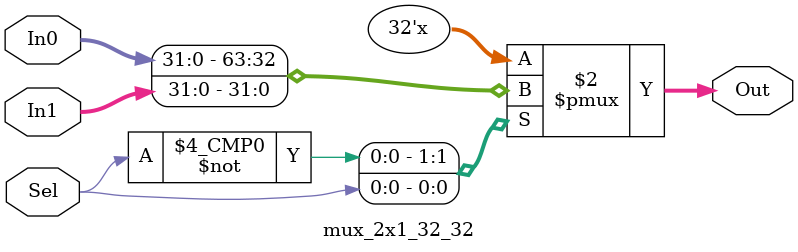
<source format=v>
module mux_2x1_32_32(Out,Sel,In0,In1); 

input [31:0] In0,In1; //entradas de 32 bits
input Sel; //seletor de 1 bit
output [31:0] Out; //saida de 32 bits

reg [31:0] Out; 

//Check the state of the input lines 

always @ (In0 or In1 or Sel) 

begin 

 case (Sel) 

  1'b0 : Out = In0; 

  1'b1 : Out = In1; 

  default : Out = 31'bx; 

  //If input is undefined then output is undefined 

 endcase 

end  

endmodule


</source>
